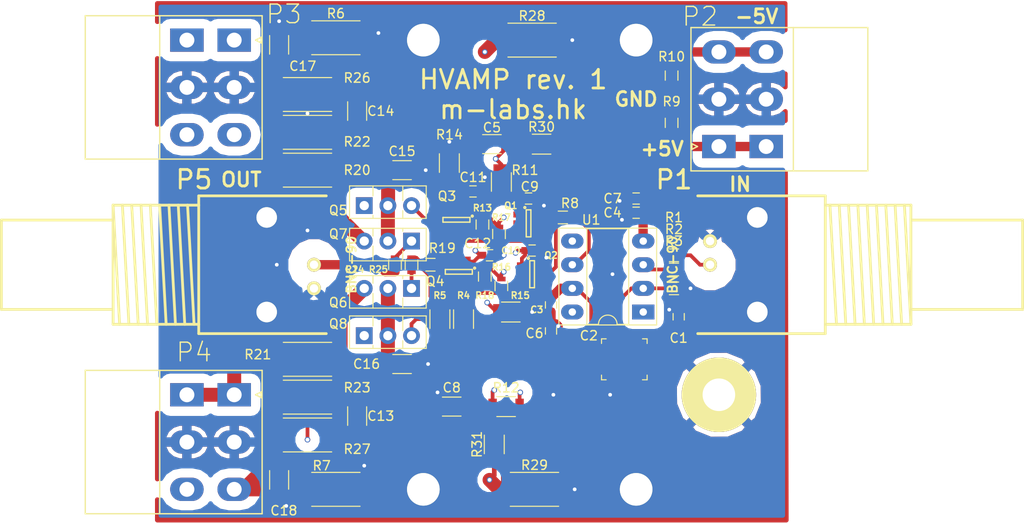
<source format=kicad_pcb>
(kicad_pcb (version 4) (host pcbnew 4.0.2-stable)
  (layers (0 F.Cu signal) (1 In1.Cu signal hide) (2 In2.Cu signal hide) (31 B.Cu signal hide) (34 B.Paste user) (35 F.Paste user) (36 B.SilkS user) (37 F.SilkS user) (38 B.Mask user) (39 F.Mask user) (44 Edge.Cuts user))
  (net 0 "")
  (net 1 GND)
  (net 2 "Net-(C1-Pad2)")
  (net 3 "Net-(C2-Pad2)")
  (net 4 /VCC5V_E1)
  (net 5 /VEE5V_E1)
  (net 6 /VCC70V_E1)
  (net 7 /VEE70V_E1)
  (net 8 "Net-(C9-Pad1)")
  (net 9 "Net-(C10-Pad2)")
  (net 10 "Net-(C11-Pad1)")
  (net 11 "Net-(C12-Pad2)")
  (net 12 "Net-(C13-Pad1)")
  (net 13 "Net-(C13-Pad2)")
  (net 14 "Net-(C14-Pad1)")
  (net 15 "Net-(C14-Pad2)")
  (net 16 /VCC55V_E1)
  (net 17 /VEE55V_E1)
  (net 18 /IN_E1)
  (net 19 /OUT_E1)
  (net 20 "Net-(Q1-Pad4)")
  (net 21 /BUF_E1)
  (net 22 "Net-(Q7-Pad1)")
  (net 23 "Net-(Q8-Pad1)")
  (net 24 "Net-(R1-Pad2)")
  (net 25 "Net-(R8-Pad1)")
  (net 26 "Net-(Q1-Pad5)")
  (net 27 "Net-(Q4-Pad6)")
  (net 28 "Net-(Q2-Pad4)")
  (net 29 "Net-(Q3-Pad6)")
  (module Resistors_SMD:R_1206 (layer F.Cu) (at 180.594 169.418 90)
    (fp_text reference R14 (at 3.048 0 180) (layer F.SilkS))
    (fp_text value 33K/1206)
    (pad 1 smd rect (at -1.45 0 90) (size 0.9 1.7) (layers F.Cu F.Paste F.Mask) (net 10 "Net-(C11-Pad1)"))
    (pad 2 smd rect (at 1.45 0 90) (size 0.9 1.7) (layers F.Cu F.Paste F.Mask) (net 1 GND))
  )
  (module Resistors_SMD:R_0603 (layer F.Cu) (at 185.928 177.038 270)
    (fp_text reference R17 (at -1.778 -0.254 360) (layer F.SilkS) (effects (font (size 0.7 0.7))))
    (fp_text value 1K)
    (pad 1 smd rect (at -0.75 0 270) (size 0.5 0.9) (layers F.Cu F.Paste F.Mask) (net 6 /VCC70V_E1))
    (pad 2 smd rect (at 0.75 0 270) (size 0.5 0.9) (layers F.Cu F.Paste F.Mask) (net 20 "Net-(Q1-Pad4)"))
  )
  (module Resistors_SMD:R_0603 (layer F.Cu) (at 186.182 182.626 90)
    (fp_text reference R18 (at -1.016 -1.778 180) (layer F.SilkS) (effects (font (size 0.7 0.7))))
    (fp_text value 1K)
    (pad 1 smd rect (at -0.75 0 90) (size 0.5 0.9) (layers F.Cu F.Paste F.Mask) (net 28 "Net-(Q2-Pad4)"))
    (pad 2 smd rect (at 0.75 0 90) (size 0.5 0.9) (layers F.Cu F.Paste F.Mask) (net 7 /VEE70V_E1))
  )
  (module Resistors_SMD:R_0603 (layer F.Cu) (at 204.47 165.1 90)
    (fp_text reference R9 (at 2.286 0 180) (layer F.SilkS))
    (fp_text value 1K)
    (pad 1 smd rect (at -0.75 0 90) (size 0.5 0.9) (layers F.Cu F.Paste F.Mask) (net 4 /VCC5V_E1))
    (pad 2 smd rect (at 0.75 0 90) (size 0.5 0.9) (layers F.Cu F.Paste F.Mask) (net 1 GND))
  )
  (module Resistors_SMD:R_0603 (layer F.Cu) (at 184.404 181.61 90)
    (fp_text reference R16 (at 1.016 1.778 180) (layer F.SilkS) (effects (font (size 0.7 0.7))))
    (fp_text value 1K)
    (pad 1 smd rect (at -0.75 0 90) (size 0.5 0.9) (layers F.Cu F.Paste F.Mask) (net 27 "Net-(Q4-Pad6)"))
    (pad 2 smd rect (at 0.75 0 90) (size 0.5 0.9) (layers F.Cu F.Paste F.Mask) (net 7 /VEE70V_E1))
  )
  (module Capacitors_SMD:C_0603 (layer F.Cu) (at 205.232 185.928 270)
    (fp_text reference C1 (at 2.286 0 360) (layer F.SilkS))
    (fp_text value 2.2pF)
    (pad 2 smd rect (at 0.75 0 270) (size 0.8 0.75) (layers F.Cu F.Paste F.Mask) (net 2 "Net-(C1-Pad2)"))
    (pad 1 smd rect (at -0.75 0 270) (size 0.8 0.75) (layers F.Cu F.Paste F.Mask) (net 1 GND))
  )
  (module proj_footprints:C_Trimmer_Murata_TZB4-AB (layer F.Cu) (at 199.39 190.5 180)
    (fp_text reference C2 (at 3.81 2.54 180) (layer F.SilkS))
    (fp_text value CTRIM)
    (pad 1 smd rect (at -2.7 0 180) (size 3 1.6) (layers F.Cu F.Paste F.Mask) (net 2 "Net-(C1-Pad2)"))
    (pad 2 smd rect (at 2.7 0 180) (size 3 1.6) (layers F.Cu F.Paste F.Mask) (net 3 "Net-(C2-Pad2)"))
  )
  (module Capacitors_SMD:C_0603 (layer F.Cu) (at 191.516 184.658 270)
    (fp_text reference C3 (at 0.508 1.524 360) (layer F.SilkS) (effects (font (size 0.7 0.7))))
    (fp_text value 0.01uF)
    (pad 2 smd rect (at 0.75 0 270) (size 0.8 0.75) (layers F.Cu F.Paste F.Mask) (net 1 GND))
    (pad 1 smd rect (at -0.75 0 270) (size 0.8 0.75) (layers F.Cu F.Paste F.Mask) (net 4 /VCC5V_E1))
  )
  (module Capacitors_SMD:C_0603 (layer F.Cu) (at 200.66 174.752 180)
    (fp_text reference C4 (at 2.54 0 180) (layer F.SilkS))
    (fp_text value 0.01uF)
    (pad 2 smd rect (at 0.75 0 180) (size 0.8 0.75) (layers F.Cu F.Paste F.Mask) (net 1 GND))
    (pad 1 smd rect (at -0.75 0 180) (size 0.8 0.75) (layers F.Cu F.Paste F.Mask) (net 5 /VEE5V_E1))
  )
  (module Capacitors_SMD:C_1206 (layer F.Cu) (at 185.166 167.386 180)
    (fp_text reference C5 (at 0 1.778 180) (layer F.SilkS))
    (fp_text value 0.1uF/100V/1206)
    (pad 1 smd rect (at -1.5 0 180) (size 1 1.6) (layers F.Cu F.Paste F.Mask) (net 6 /VCC70V_E1))
    (pad 2 smd rect (at 1.5 0 180) (size 1 1.6) (layers F.Cu F.Paste F.Mask) (net 1 GND))
  )
  (module Capacitors_SMD:C_0603 (layer F.Cu) (at 191.516 187.452 90)
    (fp_text reference C6 (at -0.254 -1.778 180) (layer F.SilkS))
    (fp_text value 10uF)
    (pad 2 smd rect (at 0.75 0 90) (size 0.8 0.75) (layers F.Cu F.Paste F.Mask) (net 1 GND))
    (pad 1 smd rect (at -0.75 0 90) (size 0.8 0.75) (layers F.Cu F.Paste F.Mask) (net 4 /VCC5V_E1))
  )
  (module Capacitors_SMD:C_0603 (layer F.Cu) (at 200.66 173.228 180)
    (fp_text reference C7 (at 2.54 0 180) (layer F.SilkS))
    (fp_text value 10uF)
    (pad 2 smd rect (at 0.75 0 180) (size 0.8 0.75) (layers F.Cu F.Paste F.Mask) (net 1 GND))
    (pad 1 smd rect (at -0.75 0 180) (size 0.8 0.75) (layers F.Cu F.Paste F.Mask) (net 5 /VEE5V_E1))
  )
  (module Capacitors_SMD:C_1206 (layer F.Cu) (at 180.848 195.58)
    (fp_text reference C8 (at 0 -2.032) (layer F.SilkS))
    (fp_text value 0.1uF/100V/1206)
    (pad 1 smd rect (at -1.5 0) (size 1 1.6) (layers F.Cu F.Paste F.Mask) (net 1 GND))
    (pad 2 smd rect (at 1.5 0) (size 1 1.6) (layers F.Cu F.Paste F.Mask) (net 7 /VEE70V_E1))
  )
  (module Capacitors_SMD:C_0603 (layer F.Cu) (at 189.103 173.228)
    (fp_text reference C9 (at 0.127 -1.27) (layer F.SilkS))
    (fp_text value 0.01uF)
    (pad 2 smd rect (at 0.75 0) (size 0.8 0.75) (layers F.Cu F.Paste F.Mask) (net 1 GND))
    (pad 1 smd rect (at -0.75 0) (size 0.8 0.75) (layers F.Cu F.Paste F.Mask) (net 8 "Net-(C9-Pad1)"))
  )
  (module Capacitors_SMD:C_0603 (layer F.Cu) (at 189.484 178.816 180)
    (fp_text reference C10 (at 2.286 0 180) (layer F.SilkS) (effects (font (size 0.7 0.7))))
    (fp_text value 0.01uF)
    (pad 2 smd rect (at 0.75 0 180) (size 0.8 0.75) (layers F.Cu F.Paste F.Mask) (net 9 "Net-(C10-Pad2)"))
    (pad 1 smd rect (at -0.75 0 180) (size 0.8 0.75) (layers F.Cu F.Paste F.Mask) (net 1 GND))
  )
  (module Capacitors_SMD:C_0603 (layer F.Cu) (at 183.134 172.466)
    (fp_text reference C11 (at 0 -1.524) (layer F.SilkS))
    (fp_text value 0.01uF)
    (pad 2 smd rect (at 0.75 0) (size 0.8 0.75) (layers F.Cu F.Paste F.Mask) (net 1 GND))
    (pad 1 smd rect (at -0.75 0) (size 0.8 0.75) (layers F.Cu F.Paste F.Mask) (net 10 "Net-(C11-Pad1)"))
  )
  (module Capacitors_SMD:C_0603 (layer F.Cu) (at 184.912 179.324 180)
    (fp_text reference C12 (at 1.27 1.27 180) (layer F.SilkS))
    (fp_text value 0.01uF)
    (pad 2 smd rect (at 0.75 0 180) (size 0.8 0.75) (layers F.Cu F.Paste F.Mask) (net 11 "Net-(C12-Pad2)"))
    (pad 1 smd rect (at -0.75 0 180) (size 0.8 0.75) (layers F.Cu F.Paste F.Mask) (net 1 GND))
  )
  (module Capacitors_SMD:C_1206 (layer F.Cu) (at 170.688 196.596 90)
    (fp_text reference C13 (at 0 2.54 180) (layer F.SilkS))
    (fp_text value 0.1uF/100V/1206)
    (pad 1 smd rect (at -1.5 0 90) (size 1 1.6) (layers F.Cu F.Paste F.Mask) (net 12 "Net-(C13-Pad1)"))
    (pad 2 smd rect (at 1.5 0 90) (size 1 1.6) (layers F.Cu F.Paste F.Mask) (net 13 "Net-(C13-Pad2)"))
  )
  (module Capacitors_SMD:C_1206 (layer F.Cu) (at 170.688 163.83 270)
    (fp_text reference C14 (at 0 -2.54 360) (layer F.SilkS))
    (fp_text value 0.1uF/100V/1206)
    (pad 1 smd rect (at -1.5 0 270) (size 1 1.6) (layers F.Cu F.Paste F.Mask) (net 14 "Net-(C14-Pad1)"))
    (pad 2 smd rect (at 1.5 0 270) (size 1 1.6) (layers F.Cu F.Paste F.Mask) (net 15 "Net-(C14-Pad2)"))
  )
  (module Capacitors_SMD:C_1206 (layer F.Cu) (at 175.514 170.18)
    (fp_text reference C15 (at 0 -2.032) (layer F.SilkS))
    (fp_text value 0.1uF/100V/1206)
    (pad 1 smd rect (at -1.5 0) (size 1 1.6) (layers F.Cu F.Paste F.Mask) (net 16 /VCC55V_E1))
    (pad 2 smd rect (at 1.5 0) (size 1 1.6) (layers F.Cu F.Paste F.Mask) (net 1 GND))
  )
  (module Capacitors_SMD:C_1206 (layer F.Cu) (at 175.514 191.008 180)
    (fp_text reference C16 (at 3.81 0 180) (layer F.SilkS))
    (fp_text value 0.1uF/100V/1206)
    (pad 1 smd rect (at -1.5 0 180) (size 1 1.6) (layers F.Cu F.Paste F.Mask) (net 1 GND))
    (pad 2 smd rect (at 1.5 0 180) (size 1 1.6) (layers F.Cu F.Paste F.Mask) (net 17 /VEE55V_E1))
  )
  (module proj_footprints:bnc_90_1-1337543-0_ns (layer F.Cu) (at 220.98 180.34 90)
    (fp_text reference P1 (at 9.144 -16.256 180) (layer F.SilkS) (effects (font (size 2 2) (thickness 0.3))))
    (fp_text value BNC-90 (at 0 -16.4 90) (layer F.SilkS) (effects (font (thickness 0.2))))
    (pad 1 thru_hole circle (at 0 -12.38 90) (size 1.5 1.5) (drill 0.9) (layers *.Cu *.Mask F.SilkS) (net 18 /IN_E1) (clearance 2))
    (pad 2 thru_hole circle (at 2.54 -12.38 90) (size 1.5 1.5) (drill 0.9) (layers *.Cu *.Mask F.SilkS) (net 1 GND))
    (pad 3 thru_hole circle (at 5.08 -7.3 90) (size 2.2 2.2) (drill 2.2) (layers *.Cu *.Mask F.SilkS) (net 1 GND))
    (pad 4 thru_hole circle (at -5.08 -7.3 90) (size 2.2 2.2) (drill 2.2) (layers *.Cu *.Mask F.SilkS) (net 1 GND))
  )
  (module proj_footprints:PhoenixContact_1786417_03 (layer F.Cu) (at 209.55 167.64 90)
    (fp_text reference P2 (at 13.97 -2.032 180) (layer F.SilkS) (effects (font (size 2 2))))
    (fp_text value CONN_01X03)
    (pad 3 thru_hole oval (at 10.16 5.08 90) (size 2.5 3.6) (drill 1.6) (layers *.Cu *.Mask) (net 5 /VEE5V_E1))
    (pad 2 thru_hole oval (at 5.08 5.08 90) (size 2.5 3.6) (drill 1.6) (layers *.Cu *.Mask) (net 1 GND))
    (pad 1 thru_hole rect (at 0 5.08 90) (size 2.5 3.6) (drill 1.6) (layers *.Cu *.Mask) (net 4 /VCC5V_E1))
    (pad 1 thru_hole rect (at 0 0 90) (size 2.5 3.6) (drill 1.6) (layers *.Cu *.Mask) (net 4 /VCC5V_E1))
    (pad 2 thru_hole oval (at 5.08 0 90) (size 2.5 3.6) (drill 1.6) (layers *.Cu *.Mask) (net 1 GND))
    (pad 3 thru_hole oval (at 10.16 0 90) (size 2.5 3.6) (drill 1.6) (layers *.Cu *.Mask) (net 5 /VEE5V_E1))
  )
  (module proj_footprints:PhoenixContact_1786417_03 (layer F.Cu) (at 157.48 156.21 270)
    (fp_text reference P3 (at -2.794 -5.334 360) (layer F.SilkS) (effects (font (size 2 2))))
    (fp_text value CONN_01X03)
    (pad 3 thru_hole oval (at 10.16 5.08 270) (size 2.5 3.6) (drill 1.6) (layers *.Cu *.Mask) (net 17 /VEE55V_E1))
    (pad 2 thru_hole oval (at 5.08 5.08 270) (size 2.5 3.6) (drill 1.6) (layers *.Cu *.Mask) (net 1 GND))
    (pad 1 thru_hole rect (at 0 5.08 270) (size 2.5 3.6) (drill 1.6) (layers *.Cu *.Mask) (net 16 /VCC55V_E1))
    (pad 1 thru_hole rect (at 0 0 270) (size 2.5 3.6) (drill 1.6) (layers *.Cu *.Mask) (net 16 /VCC55V_E1))
    (pad 2 thru_hole oval (at 5.08 0 270) (size 2.5 3.6) (drill 1.6) (layers *.Cu *.Mask) (net 1 GND))
    (pad 3 thru_hole oval (at 10.16 0 270) (size 2.5 3.6) (drill 1.6) (layers *.Cu *.Mask) (net 17 /VEE55V_E1))
  )
  (module proj_footprints:PhoenixContact_1786417_03 (layer F.Cu) (at 157.48 194.31 270)
    (fp_text reference P4 (at -4.572 4.318 360) (layer F.SilkS) (effects (font (size 2 2))))
    (fp_text value CONN_01X03)
    (pad 3 thru_hole oval (at 10.16 5.08 270) (size 2.5 3.6) (drill 1.6) (layers *.Cu *.Mask) (net 7 /VEE70V_E1))
    (pad 2 thru_hole oval (at 5.08 5.08 270) (size 2.5 3.6) (drill 1.6) (layers *.Cu *.Mask) (net 1 GND))
    (pad 1 thru_hole rect (at 0 5.08 270) (size 2.5 3.6) (drill 1.6) (layers *.Cu *.Mask) (net 6 /VCC70V_E1))
    (pad 1 thru_hole rect (at 0 0 270) (size 2.5 3.6) (drill 1.6) (layers *.Cu *.Mask) (net 6 /VCC70V_E1))
    (pad 2 thru_hole oval (at 5.08 0 270) (size 2.5 3.6) (drill 1.6) (layers *.Cu *.Mask) (net 1 GND))
    (pad 3 thru_hole oval (at 10.16 0 270) (size 2.5 3.6) (drill 1.6) (layers *.Cu *.Mask) (net 7 /VEE70V_E1))
  )
  (module proj_footprints:bnc_90_1-1337543-0_ns (layer F.Cu) (at 153.67 180.34 270)
    (fp_text reference P5 (at -9.144 0.508 360) (layer F.SilkS) (effects (font (size 2 2) (thickness 0.3))))
    (fp_text value BNC-90 (at 0 -16.4 270) (layer F.SilkS) (effects (font (thickness 0.2))))
    (pad 1 thru_hole circle (at 0 -12.38 270) (size 1.5 1.5) (drill 0.9) (layers *.Cu *.Mask F.SilkS) (net 19 /OUT_E1) (clearance 2))
    (pad 2 thru_hole circle (at 2.54 -12.38 270) (size 1.5 1.5) (drill 0.9) (layers *.Cu *.Mask F.SilkS) (net 1 GND))
    (pad 4 thru_hole circle (at 5.08 -7.3 270) (size 2.2 2.2) (drill 2.2) (layers *.Cu *.Mask F.SilkS) (net 1 GND))
    (pad 3 thru_hole circle (at -5.08 -7.3 270) (size 2.2 2.2) (drill 2.2) (layers *.Cu *.Mask F.SilkS) (net 1 GND))
  )
  (module proj_footprints:TO-126_Vertical (layer F.Cu) (at 171.45 173.99)
    (fp_text reference Q5 (at -2.794 0.508) (layer F.SilkS))
    (fp_text value NTE2508)
    (pad 1 thru_hole rect (at 0 0) (size 1.8 1.8) (drill 1) (layers *.Cu *.Mask) (net 13 "Net-(C13-Pad2)"))
    (pad 2 thru_hole oval (at 2.54 0) (size 1.8 1.8) (drill 1) (layers *.Cu *.Mask) (net 16 /VCC55V_E1))
    (pad 3 thru_hole oval (at 5.08 0) (size 1.8 1.8) (drill 1) (layers *.Cu *.Mask) (net 21 /BUF_E1))
  )
  (module proj_footprints:TO-126_Vertical (layer F.Cu) (at 171.45 187.96)
    (fp_text reference Q6 (at -2.794 -3.556) (layer F.SilkS))
    (fp_text value NTE2509)
    (pad 1 thru_hole rect (at 0 0) (size 1.8 1.8) (drill 1) (layers *.Cu *.Mask) (net 15 "Net-(C14-Pad2)"))
    (pad 2 thru_hole oval (at 2.54 0) (size 1.8 1.8) (drill 1) (layers *.Cu *.Mask) (net 17 /VEE55V_E1))
    (pad 3 thru_hole oval (at 5.08 0) (size 1.8 1.8) (drill 1) (layers *.Cu *.Mask) (net 21 /BUF_E1))
  )
  (module proj_footprints:TO-126_Vertical (layer F.Cu) (at 176.53 177.8 180)
    (fp_text reference Q7 (at 7.874 0.762 180) (layer F.SilkS))
    (fp_text value NTE2508)
    (pad 1 thru_hole rect (at 0 0 180) (size 1.8 1.8) (drill 1) (layers *.Cu *.Mask) (net 22 "Net-(Q7-Pad1)"))
    (pad 2 thru_hole oval (at 2.54 0 180) (size 1.8 1.8) (drill 1) (layers *.Cu *.Mask) (net 16 /VCC55V_E1))
    (pad 3 thru_hole oval (at 5.08 0 180) (size 1.8 1.8) (drill 1) (layers *.Cu *.Mask) (net 15 "Net-(C14-Pad2)"))
  )
  (module proj_footprints:TO-126_Vertical (layer F.Cu) (at 176.53 182.88 180)
    (fp_text reference Q8 (at 7.874 -3.81 180) (layer F.SilkS))
    (fp_text value NTE2509)
    (pad 1 thru_hole rect (at 0 0 180) (size 1.8 1.8) (drill 1) (layers *.Cu *.Mask) (net 23 "Net-(Q8-Pad1)"))
    (pad 2 thru_hole oval (at 2.54 0 180) (size 1.8 1.8) (drill 1) (layers *.Cu *.Mask) (net 17 /VEE55V_E1))
    (pad 3 thru_hole oval (at 5.08 0 180) (size 1.8 1.8) (drill 1) (layers *.Cu *.Mask) (net 13 "Net-(C13-Pad2)"))
  )
  (module Resistors_SMD:R_0603 (layer F.Cu) (at 204.724 179.324 180)
    (fp_text reference R1 (at 0 4.064 180) (layer F.SilkS))
    (fp_text value 0R)
    (pad 1 smd rect (at -0.75 0 180) (size 0.5 0.9) (layers F.Cu F.Paste F.Mask) (net 18 /IN_E1))
    (pad 2 smd rect (at 0.75 0 180) (size 0.5 0.9) (layers F.Cu F.Paste F.Mask) (net 24 "Net-(R1-Pad2)"))
  )
  (module Resistors_SMD:R_0603 (layer F.Cu) (at 204.724 180.848 180)
    (fp_text reference R2 (at 0 4.318 180) (layer F.SilkS))
    (fp_text value 100K)
    (pad 1 smd rect (at -0.75 0 180) (size 0.5 0.9) (layers F.Cu F.Paste F.Mask) (net 1 GND))
    (pad 2 smd rect (at 0.75 0 180) (size 0.5 0.9) (layers F.Cu F.Paste F.Mask) (net 24 "Net-(R1-Pad2)"))
  )
  (module Resistors_SMD:R_0603 (layer F.Cu) (at 204.724 182.88 180)
    (fp_text reference R3 (at 0 5.08 180) (layer F.SilkS))
    (fp_text value 4.7K)
    (pad 1 smd rect (at -0.75 0 180) (size 0.5 0.9) (layers F.Cu F.Paste F.Mask) (net 1 GND))
    (pad 2 smd rect (at 0.75 0 180) (size 0.5 0.9) (layers F.Cu F.Paste F.Mask) (net 3 "Net-(C2-Pad2)"))
  )
  (module Resistors_SMD:R_1206 (layer F.Cu) (at 182.118 186.182 270)
    (fp_text reference R4 (at -2.54 0 360) (layer F.SilkS) (effects (font (size 0.7 0.7))))
    (fp_text value DNP/1206)
    (pad 1 smd rect (at -1.45 0 270) (size 0.9 1.7) (layers F.Cu F.Paste F.Mask) (net 21 /BUF_E1))
    (pad 2 smd rect (at 1.45 0 270) (size 0.9 1.7) (layers F.Cu F.Paste F.Mask) (net 3 "Net-(C2-Pad2)"))
  )
  (module Resistors_SMD:R_1206 (layer F.Cu) (at 179.578 186.182 90)
    (fp_text reference R5 (at 2.54 0 180) (layer F.SilkS) (effects (font (size 0.7 0.7))))
    (fp_text value 100K/1206)
    (pad 1 smd rect (at -1.45 0 90) (size 0.9 1.7) (layers F.Cu F.Paste F.Mask) (net 3 "Net-(C2-Pad2)"))
    (pad 2 smd rect (at 1.45 0 90) (size 0.9 1.7) (layers F.Cu F.Paste F.Mask) (net 19 /OUT_E1))
  )
  (module Resistors_SMD:R_2512 (layer F.Cu) (at 168.402 155.956)
    (fp_text reference R6 (at 0 -2.6) (layer F.SilkS))
    (fp_text value 15K/2512)
    (pad 1 smd rect (at -3.1 0) (size 1 3.2) (layers F.Cu F.Paste F.Mask) (net 6 /VCC70V_E1))
    (pad 2 smd rect (at 3.1 0) (size 1 3.2) (layers F.Cu F.Paste F.Mask) (net 1 GND))
  )
  (module Resistors_SMD:R_2512 (layer F.Cu) (at 168.402 204.47 180)
    (fp_text reference R7 (at 1.524 2.54 180) (layer F.SilkS))
    (fp_text value 15K/2512)
    (pad 1 smd rect (at -3.1 0 180) (size 1 3.2) (layers F.Cu F.Paste F.Mask) (net 1 GND))
    (pad 2 smd rect (at 3.1 0 180) (size 1 3.2) (layers F.Cu F.Paste F.Mask) (net 7 /VEE70V_E1))
  )
  (module Resistors_SMD:R_0603 (layer F.Cu) (at 192.786 175.26 180)
    (fp_text reference R8 (at -0.762 1.524 180) (layer F.SilkS))
    (fp_text value 0R)
    (pad 1 smd rect (at -0.75 0 180) (size 0.5 0.9) (layers F.Cu F.Paste F.Mask) (net 25 "Net-(R8-Pad1)"))
    (pad 2 smd rect (at 0.75 0 180) (size 0.5 0.9) (layers F.Cu F.Paste F.Mask) (net 26 "Net-(Q1-Pad5)"))
  )
  (module Resistors_SMD:R_0603 (layer F.Cu) (at 204.47 160.02 270)
    (fp_text reference R10 (at -2.032 0 360) (layer F.SilkS))
    (fp_text value 1K)
    (pad 1 smd rect (at -0.75 0 270) (size 0.5 0.9) (layers F.Cu F.Paste F.Mask) (net 5 /VEE5V_E1))
    (pad 2 smd rect (at 0.75 0 270) (size 0.5 0.9) (layers F.Cu F.Paste F.Mask) (net 1 GND))
  )
  (module Resistors_SMD:R_1206 (layer F.Cu) (at 186.182 171.45 270)
    (fp_text reference R11 (at -1.27 -2.54 360) (layer F.SilkS))
    (fp_text value 68K/1206)
    (pad 1 smd rect (at -1.45 0 270) (size 0.9 1.7) (layers F.Cu F.Paste F.Mask) (net 6 /VCC70V_E1))
    (pad 2 smd rect (at 1.45 0 270) (size 0.9 1.7) (layers F.Cu F.Paste F.Mask) (net 8 "Net-(C9-Pad1)"))
  )
  (module Resistors_SMD:R_1206 (layer F.Cu) (at 186.69 195.58 180)
    (fp_text reference R12 (at 0 2.032 180) (layer F.SilkS))
    (fp_text value 68K/1206)
    (pad 1 smd rect (at -1.45 0 180) (size 0.9 1.7) (layers F.Cu F.Paste F.Mask) (net 9 "Net-(C10-Pad2)"))
    (pad 2 smd rect (at 1.45 0 180) (size 0.9 1.7) (layers F.Cu F.Paste F.Mask) (net 7 /VEE70V_E1))
  )
  (module Resistors_SMD:R_0603 (layer F.Cu) (at 184.15 176.022 270)
    (fp_text reference R13 (at -1.778 0 360) (layer F.SilkS) (effects (font (size 0.7 0.7))))
    (fp_text value 1K)
    (pad 1 smd rect (at -0.75 0 270) (size 0.5 0.9) (layers F.Cu F.Paste F.Mask) (net 6 /VCC70V_E1))
    (pad 2 smd rect (at 0.75 0 270) (size 0.5 0.9) (layers F.Cu F.Paste F.Mask) (net 29 "Net-(Q3-Pad6)"))
  )
  (module Resistors_SMD:R_1206 (layer F.Cu) (at 187.198 185.42 180)
    (fp_text reference R15 (at -1.016 1.778 180) (layer F.SilkS) (effects (font (size 0.7 0.7))))
    (fp_text value 33K/1206)
    (pad 1 smd rect (at -1.45 0 180) (size 0.9 1.7) (layers F.Cu F.Paste F.Mask) (net 1 GND))
    (pad 2 smd rect (at 1.45 0 180) (size 0.9 1.7) (layers F.Cu F.Paste F.Mask) (net 11 "Net-(C12-Pad2)"))
  )
  (module Resistors_SMD:R_0603 (layer F.Cu) (at 178.562 180.34 180)
    (fp_text reference R19 (at -1.27 1.778 180) (layer F.SilkS))
    (fp_text value DNP)
    (pad 1 smd rect (at -0.75 0 180) (size 0.5 0.9) (layers F.Cu F.Paste F.Mask) (net 21 /BUF_E1))
    (pad 2 smd rect (at 0.75 0 180) (size 0.5 0.9) (layers F.Cu F.Paste F.Mask) (net 19 /OUT_E1))
  )
  (module Resistors_SMD:R_2512 (layer F.Cu) (at 165.354 170.18)
    (fp_text reference R20 (at 5.334 0) (layer F.SilkS))
    (fp_text value 15K/2512)
    (pad 1 smd rect (at -3.1 0) (size 1 3.2) (layers F.Cu F.Paste F.Mask) (net 6 /VCC70V_E1))
    (pad 2 smd rect (at 3.1 0) (size 1 3.2) (layers F.Cu F.Paste F.Mask) (net 15 "Net-(C14-Pad2)"))
  )
  (module Resistors_SMD:R_2512 (layer F.Cu) (at 165.354 190.5 180)
    (fp_text reference R21 (at 5.334 0.508 180) (layer F.SilkS))
    (fp_text value 15K/2512)
    (pad 1 smd rect (at -3.1 0 180) (size 1 3.2) (layers F.Cu F.Paste F.Mask) (net 13 "Net-(C13-Pad2)"))
    (pad 2 smd rect (at 3.1 0 180) (size 1 3.2) (layers F.Cu F.Paste F.Mask) (net 7 /VEE70V_E1))
  )
  (module Resistors_SMD:R_2512 (layer F.Cu) (at 165.354 166.116)
    (fp_text reference R22 (at 5.334 1.016) (layer F.SilkS))
    (fp_text value 15K/2512)
    (pad 1 smd rect (at -3.1 0) (size 1 3.2) (layers F.Cu F.Paste F.Mask) (net 6 /VCC70V_E1))
    (pad 2 smd rect (at 3.1 0) (size 1 3.2) (layers F.Cu F.Paste F.Mask) (net 15 "Net-(C14-Pad2)"))
  )
  (module Resistors_SMD:R_2512 (layer F.Cu) (at 165.354 194.564 180)
    (fp_text reference R23 (at -5.334 1.016 180) (layer F.SilkS))
    (fp_text value 15K/2512)
    (pad 1 smd rect (at -3.1 0 180) (size 1 3.2) (layers F.Cu F.Paste F.Mask) (net 13 "Net-(C13-Pad2)"))
    (pad 2 smd rect (at 3.1 0 180) (size 1 3.2) (layers F.Cu F.Paste F.Mask) (net 7 /VEE70V_E1))
  )
  (module Resistors_SMD:R_2512 (layer F.Cu) (at 165.354 162.052)
    (fp_text reference R26 (at 5.334 -1.778) (layer F.SilkS))
    (fp_text value 15K/2512)
    (pad 1 smd rect (at -3.1 0) (size 1 3.2) (layers F.Cu F.Paste F.Mask) (net 6 /VCC70V_E1))
    (pad 2 smd rect (at 3.1 0) (size 1 3.2) (layers F.Cu F.Paste F.Mask) (net 14 "Net-(C14-Pad1)"))
  )
  (module Resistors_SMD:R_2512 (layer F.Cu) (at 165.354 198.628 180)
    (fp_text reference R27 (at -5.334 -1.524 180) (layer F.SilkS))
    (fp_text value 15K/2512)
    (pad 1 smd rect (at -3.1 0 180) (size 1 3.2) (layers F.Cu F.Paste F.Mask) (net 12 "Net-(C13-Pad1)"))
    (pad 2 smd rect (at 3.1 0 180) (size 1 3.2) (layers F.Cu F.Paste F.Mask) (net 7 /VEE70V_E1))
  )
  (module Resistors_SMD:R_2512 (layer F.Cu) (at 189.484 156.21)
    (fp_text reference R28 (at 0 -2.6) (layer F.SilkS))
    (fp_text value 15K/2512)
    (pad 1 smd rect (at -3.1 0) (size 1 3.2) (layers F.Cu F.Paste F.Mask) (net 16 /VCC55V_E1))
    (pad 2 smd rect (at 3.1 0) (size 1 3.2) (layers F.Cu F.Paste F.Mask) (net 1 GND))
  )
  (module Resistors_SMD:R_2512 (layer F.Cu) (at 189.738 204.47)
    (fp_text reference R29 (at 0 -2.6) (layer F.SilkS))
    (fp_text value 15K/2512)
    (pad 1 smd rect (at -3.1 0) (size 1 3.2) (layers F.Cu F.Paste F.Mask) (net 17 /VEE55V_E1))
    (pad 2 smd rect (at 3.1 0) (size 1 3.2) (layers F.Cu F.Paste F.Mask) (net 1 GND))
  )
  (module proj_footprints:DIP-8_W7.62mm_Socket_LongPads (layer F.Cu) (at 201.422 185.42 180)
    (fp_text reference U1 (at 5.588 9.906 180) (layer F.SilkS))
    (fp_text value LM7171)
    (pad 1 thru_hole rect (at 0 0 180) (size 2.4 1.6) (drill 0.8) (layers *.Cu *.Mask))
    (pad 5 thru_hole oval (at 7.62 7.62 180) (size 2.4 1.6) (drill 0.8) (layers *.Cu *.Mask))
    (pad 2 thru_hole oval (at 0 2.54 180) (size 2.4 1.6) (drill 0.8) (layers *.Cu *.Mask) (net 3 "Net-(C2-Pad2)"))
    (pad 6 thru_hole oval (at 7.62 5.08 180) (size 2.4 1.6) (drill 0.8) (layers *.Cu *.Mask) (net 25 "Net-(R8-Pad1)"))
    (pad 3 thru_hole oval (at 0 5.08 180) (size 2.4 1.6) (drill 0.8) (layers *.Cu *.Mask) (net 24 "Net-(R1-Pad2)"))
    (pad 7 thru_hole oval (at 7.62 2.54 180) (size 2.4 1.6) (drill 0.8) (layers *.Cu *.Mask) (net 4 /VCC5V_E1))
    (pad 4 thru_hole oval (at 0 7.62 180) (size 2.4 1.6) (drill 0.8) (layers *.Cu *.Mask) (net 5 /VEE5V_E1))
    (pad 8 thru_hole oval (at 7.62 0 180) (size 2.4 1.6) (drill 0.8) (layers *.Cu *.Mask))
  )
  (module proj_footprints:3mm5_EARTH (layer F.Cu) (at 209.55 194.31)
    (fp_text reference H1 hide)
    (fp_text value 3mm_Mounting_Hole_SH)
    (pad 1 thru_hole circle (at 0 0) (size 8 8) (drill 3.5) (layers *.Cu *.Mask F.SilkS) (net 1 GND))
  )
  (module proj_footprints:NPTH_3mm5_ID (layer F.Cu) (at 200.66 156.21)
    (fp_text reference H2 hide)
    (fp_text value 3mm_Mounting_Hole)
    (pad 1 thru_hole circle (at 0 0) (size 3.5 3.5) (drill 3.5) (layers *.Cu *.Mask F.SilkS) (net 1 GND))
  )
  (module proj_footprints:NPTH_3mm5_ID (layer F.Cu) (at 177.8 156.21)
    (fp_text reference H3 hide)
    (fp_text value 3mm_Mounting_Hole)
    (pad 1 thru_hole circle (at 0 0) (size 3.5 3.5) (drill 3.5) (layers *.Cu *.Mask F.SilkS) (net 1 GND))
  )
  (module proj_footprints:NPTH_3mm5_ID (layer F.Cu) (at 200.66 204.47)
    (fp_text reference H4 hide)
    (fp_text value 3mm_Mounting_Hole)
    (pad 1 thru_hole circle (at 0 0) (size 3.5 3.5) (drill 3.5) (layers *.Cu *.Mask F.SilkS) (net 1 GND))
  )
  (module Resistors_SMD:R_0603 (layer F.Cu) (at 174.752 180.34 270)
    (fp_text reference R24 (at 0.508 4.318 360) (layer F.SilkS) (effects (font (size 0.7 0.7))))
    (fp_text value 3.3R)
    (pad 1 smd rect (at -0.75 0 270) (size 0.5 0.9) (layers F.Cu F.Paste F.Mask) (net 22 "Net-(Q7-Pad1)"))
    (pad 2 smd rect (at 0.75 0 270) (size 0.5 0.9) (layers F.Cu F.Paste F.Mask) (net 19 /OUT_E1))
  )
  (module Resistors_SMD:R_0603 (layer F.Cu) (at 176.53 180.34 270)
    (fp_text reference R25 (at 0.508 3.556 360) (layer F.SilkS) (effects (font (size 0.7 0.7))))
    (fp_text value 3.3R)
    (pad 1 smd rect (at -0.75 0 270) (size 0.5 0.9) (layers F.Cu F.Paste F.Mask) (net 19 /OUT_E1))
    (pad 2 smd rect (at 0.75 0 270) (size 0.5 0.9) (layers F.Cu F.Paste F.Mask) (net 23 "Net-(Q8-Pad1)"))
  )
  (module proj_footprints:NPTH_3mm5_ID (layer F.Cu) (at 177.8 204.47)
    (fp_text reference H5 hide)
    (fp_text value 3mm_Mounting_Hole)
    (pad 1 thru_hole circle (at 0 0) (size 3.5 3.5) (drill 3.5) (layers *.Cu *.Mask F.SilkS) (net 1 GND))
  )
  (module proj_footprints:SOT-23-6 (layer F.Cu) (at 189.103 175.895)
    (fp_text reference Q1 (at -1.905 -1.905) (layer F.SilkS) (effects (font (size 0.7 0.7))))
    (fp_text value DMMT5551)
    (pad 1 smd rect (at -1.1 -0.95) (size 1.06 0.65) (layers F.Cu F.Paste F.Mask) (net 8 "Net-(C9-Pad1)"))
    (pad 2 smd rect (at -1.1 0) (size 1.06 0.65) (layers F.Cu F.Paste F.Mask) (net 8 "Net-(C9-Pad1)"))
    (pad 3 smd rect (at -1.1 0.95) (size 1.06 0.65) (layers F.Cu F.Paste F.Mask) (net 8 "Net-(C9-Pad1)"))
    (pad 4 smd rect (at 1.1 0.95) (size 1.06 0.65) (layers F.Cu F.Paste F.Mask) (net 20 "Net-(Q1-Pad4)"))
    (pad 6 smd rect (at 1.1 -0.95) (size 1.06 0.65) (layers F.Cu F.Paste F.Mask) (net 1 GND))
    (pad 5 smd rect (at 1.1 0) (size 1.06 0.65) (layers F.Cu F.Paste F.Mask) (net 26 "Net-(Q1-Pad5)"))
  )
  (module proj_footprints:SOT-23-6 (layer F.Cu) (at 189.484 181.356)
    (fp_text reference Q2 (at 2.032 -2.032) (layer F.SilkS) (effects (font (size 0.7 0.7))))
    (fp_text value DMMT5401)
    (pad 1 smd rect (at -1.1 -0.95) (size 1.06 0.65) (layers F.Cu F.Paste F.Mask) (net 9 "Net-(C10-Pad2)"))
    (pad 2 smd rect (at -1.1 0) (size 1.06 0.65) (layers F.Cu F.Paste F.Mask) (net 9 "Net-(C10-Pad2)"))
    (pad 3 smd rect (at -1.1 0.95) (size 1.06 0.65) (layers F.Cu F.Paste F.Mask) (net 9 "Net-(C10-Pad2)"))
    (pad 4 smd rect (at 1.1 0.95) (size 1.06 0.65) (layers F.Cu F.Paste F.Mask) (net 28 "Net-(Q2-Pad4)"))
    (pad 6 smd rect (at 1.1 -0.95) (size 1.06 0.65) (layers F.Cu F.Paste F.Mask) (net 1 GND))
    (pad 5 smd rect (at 1.1 0) (size 1.06 0.65) (layers F.Cu F.Paste F.Mask) (net 26 "Net-(Q1-Pad5)"))
  )
  (module proj_footprints:SOT-23-6 (layer F.Cu) (at 181.356 175.514 270)
    (fp_text reference Q3 (at -2.54 1.016 360) (layer F.SilkS))
    (fp_text value DMMT5401)
    (pad 1 smd rect (at -1.1 -0.95 270) (size 1.06 0.65) (layers F.Cu F.Paste F.Mask) (net 10 "Net-(C11-Pad1)"))
    (pad 2 smd rect (at -1.1 0 270) (size 1.06 0.65) (layers F.Cu F.Paste F.Mask) (net 10 "Net-(C11-Pad1)"))
    (pad 3 smd rect (at -1.1 0.95 270) (size 1.06 0.65) (layers F.Cu F.Paste F.Mask) (net 10 "Net-(C11-Pad1)"))
    (pad 4 smd rect (at 1.1 0.95 270) (size 1.06 0.65) (layers F.Cu F.Paste F.Mask) (net 21 /BUF_E1))
    (pad 6 smd rect (at 1.1 -0.95 270) (size 1.06 0.65) (layers F.Cu F.Paste F.Mask) (net 29 "Net-(Q3-Pad6)"))
    (pad 5 smd rect (at 1.1 0 270) (size 1.06 0.65) (layers F.Cu F.Paste F.Mask) (net 20 "Net-(Q1-Pad4)"))
  )
  (module proj_footprints:SOT-23-6 (layer F.Cu) (at 181.61 181.102 270)
    (fp_text reference Q4 (at 1.016 2.54 360) (layer F.SilkS))
    (fp_text value DMMT5551)
    (pad 1 smd rect (at -1.1 -0.95 270) (size 1.06 0.65) (layers F.Cu F.Paste F.Mask) (net 11 "Net-(C12-Pad2)"))
    (pad 2 smd rect (at -1.1 0 270) (size 1.06 0.65) (layers F.Cu F.Paste F.Mask) (net 11 "Net-(C12-Pad2)"))
    (pad 3 smd rect (at -1.1 0.95 270) (size 1.06 0.65) (layers F.Cu F.Paste F.Mask) (net 11 "Net-(C12-Pad2)"))
    (pad 4 smd rect (at 1.1 0.95 270) (size 1.06 0.65) (layers F.Cu F.Paste F.Mask) (net 21 /BUF_E1))
    (pad 6 smd rect (at 1.1 -0.95 270) (size 1.06 0.65) (layers F.Cu F.Paste F.Mask) (net 27 "Net-(Q4-Pad6)"))
    (pad 5 smd rect (at 1.1 0 270) (size 1.06 0.65) (layers F.Cu F.Paste F.Mask) (net 28 "Net-(Q2-Pad4)"))
  )
  (module Capacitors_SMD:C_1206 (layer F.Cu) (at 162.306 156.718 90)
    (fp_text reference C17 (at -2.286 2.54 180) (layer F.SilkS))
    (fp_text value 0.1uF/100V/1206)
    (pad 1 smd rect (at -1.5 0 90) (size 1 1.6) (layers F.Cu F.Paste F.Mask) (net 6 /VCC70V_E1))
    (pad 2 smd rect (at 1.5 0 90) (size 1 1.6) (layers F.Cu F.Paste F.Mask) (net 1 GND))
  )
  (module Capacitors_SMD:C_1206 (layer F.Cu) (at 162.306 203.454 270)
    (fp_text reference C18 (at 3.302 -0.508 360) (layer F.SilkS))
    (fp_text value 0.1uF/100V/1206)
    (pad 1 smd rect (at -1.5 0 270) (size 1 1.6) (layers F.Cu F.Paste F.Mask) (net 7 /VEE70V_E1))
    (pad 2 smd rect (at 1.5 0 270) (size 1 1.6) (layers F.Cu F.Paste F.Mask) (net 1 GND))
  )
  (module Resistors_SMD:R_1206 (layer F.Cu) (at 190.5 167.386)
    (fp_text reference R30 (at 0 -1.85) (layer F.SilkS))
    (fp_text value DNP/1206)
    (pad 1 smd rect (at -1.45 0) (size 0.9 1.7) (layers F.Cu F.Paste F.Mask) (net 6 /VCC70V_E1))
    (pad 2 smd rect (at 1.45 0) (size 0.9 1.7) (layers F.Cu F.Paste F.Mask) (net 16 /VCC55V_E1))
  )
  (module Resistors_SMD:R_1206 (layer F.Cu) (at 185.42 199.644 90)
    (fp_text reference R31 (at 0 -1.85 90) (layer F.SilkS))
    (fp_text value DNP/1206)
    (pad 1 smd rect (at -1.45 0 90) (size 0.9 1.7) (layers F.Cu F.Paste F.Mask) (net 17 /VEE55V_E1))
    (pad 2 smd rect (at 1.45 0 90) (size 0.9 1.7) (layers F.Cu F.Paste F.Mask) (net 7 /VEE70V_E1))
  )
  (gr_text "HVAMP rev. 1\nm-labs.hk" (at 187.452 162.052) (layer F.SilkS) (effects (font (size 2 2) (thickness 0.3))))
  (gr_text GND (at 200.66 162.56) (layer F.SilkS) (effects (font (size 1.5 1.5) (thickness 0.3))))
  (gr_text -5V (at 213.614 153.67) (layer F.SilkS) (effects (font (size 1.5 1.5) (thickness 0.3))))
  (gr_text +5V (at 203.454 167.894) (layer F.SilkS) (effects (font (size 1.5 1.5) (thickness 0.3))))
  (gr_text IN (at 211.836 171.704) (layer F.SilkS) (effects (font (size 1.5 1.5) (thickness 0.3))))
  (gr_text OUT (at 158.242 171.196) (layer F.SilkS) (effects (font (size 1.5 1.5) (thickness 0.3))))
  (segment (start 161.798 180.594) (end 161.798 181.864) (width 0.4) (layer F.Cu) (net 0))
  (segment (start 161.798 181.864) (end 165.354 185.42) (width 0.4) (layer F.Cu) (net 0))
  (segment (start 165.354 185.42) (end 165.354 199.136) (width 0.4) (layer F.Cu) (net 0))
  (via (at 165.354 199.136) (size 0.6) (drill 0.4) (layers F.Cu B.Cu) (net 0))
  (segment (start 186.436 179.324) (end 186.436 178.562) (width 0.18) (layer B.Cu) (net 1))
  (segment (start 186.436 178.562) (end 185.674 177.8) (width 0.18) (layer B.Cu) (net 1))
  (segment (start 185.674 177.8) (end 190.5 177.8) (width 0.18) (layer B.Cu) (net 1))
  (segment (start 190.5 177.8) (end 191.008 178.308) (width 0.18) (layer B.Cu) (net 1))
  (segment (start 191.008 178.308) (end 191.008 179.578) (width 0.18) (layer B.Cu) (net 1))
  (segment (start 191.77 194.31) (end 197.866 194.31) (width 0.4) (layer F.Cu) (net 1))
  (via (at 197.866 194.31) (size 0.6) (drill 0.4) (layers F.Cu B.Cu) (net 1))
  (segment (start 192.838 204.47) (end 192.838 195.378) (width 0.4) (layer F.Cu) (net 1))
  (segment (start 192.838 195.378) (end 191.77 194.31) (width 0.4) (layer F.Cu) (net 1))
  (via (at 191.77 194.31) (size 0.6) (drill 0.4) (layers F.Cu B.Cu) (net 1))
  (segment (start 199.136 175.514) (end 198.12 176.53) (width 0.4) (layer F.Cu) (net 1))
  (segment (start 198.12 176.53) (end 198.12 181.356) (width 0.4) (layer F.Cu) (net 1))
  (via (at 198.12 181.356) (size 0.6) (drill 0.4) (layers F.Cu B.Cu) (net 1))
  (via (at 165.354 164.084) (size 0.6) (drill 0.4) (layers F.Cu B.Cu) (net 1))
  (segment (start 165.354 160.528) (end 165.354 160.782) (width 0.4) (layer F.Cu) (net 1))
  (segment (start 165.354 176.657) (end 164.973 176.657) (width 0.4) (layer F.Cu) (net 1))
  (segment (start 164.973 176.657) (end 162.052 179.578) (width 0.4) (layer F.Cu) (net 1))
  (segment (start 162.052 179.578) (end 162.052 180.34) (width 0.4) (layer F.Cu) (net 1))
  (via (at 162.052 180.34) (size 0.6) (drill 0.4) (layers F.Cu B.Cu) (net 1))
  (segment (start 171.502 155.956) (end 169.926 155.956) (width 0.4) (layer F.Cu) (net 1))
  (segment (start 169.926 155.956) (end 165.481 160.401) (width 0.4) (layer F.Cu) (net 1))
  (segment (start 165.481 160.401) (end 165.354 160.528) (width 0.4) (layer F.Cu) (net 1))
  (segment (start 165.354 160.528) (end 165.354 160.782) (width 0.4) (layer F.Cu) (net 1))
  (segment (start 165.354 160.782) (end 165.354 164.084) (width 0.4) (layer F.Cu) (net 1))
  (segment (start 165.354 164.084) (end 165.354 176.657) (width 0.4) (layer F.Cu) (net 1))
  (via (at 165.354 176.657) (size 0.6) (drill 0.4) (layers F.Cu B.Cu) (net 1))
  (segment (start 192.838 204.47) (end 194.056 204.47) (width 0.4) (layer F.Cu) (net 1))
  (via (at 194.056 204.47) (size 0.6) (drill 0.4) (layers F.Cu B.Cu) (net 1))
  (segment (start 162.306 204.954) (end 162.306 205.486) (width 0.4) (layer F.Cu) (net 1))
  (segment (start 162.306 205.486) (end 163.068 206.248) (width 0.4) (layer F.Cu) (net 1))
  (via (at 163.068 206.248) (size 0.6) (drill 0.4) (layers F.Cu B.Cu) (net 1))
  (segment (start 162.306 155.218) (end 162.306 154.178) (width 0.4) (layer F.Cu) (net 1))
  (via (at 162.306 154.178) (size 0.6) (drill 0.4) (layers F.Cu B.Cu) (net 1))
  (segment (start 209.55 162.56) (end 204.47 162.56) (width 1) (layer F.Cu) (net 1))
  (segment (start 209.55 162.56) (end 214.63 162.56) (width 1) (layer F.Cu) (net 1))
  (segment (start 204.47 160.77) (end 204.47 162.56) (width 1) (layer F.Cu) (net 1))
  (segment (start 204.47 162.56) (end 204.47 164.35) (width 1) (layer F.Cu) (net 1))
  (segment (start 192.584 156.21) (end 193.802 156.21) (width 0.4) (layer F.Cu) (net 1))
  (via (at 193.802 156.21) (size 0.6) (drill 0.4) (layers F.Cu B.Cu) (net 1))
  (segment (start 171.502 155.956) (end 172.466 155.956) (width 0.4) (layer F.Cu) (net 1))
  (segment (start 172.466 155.956) (end 172.974 155.448) (width 0.4) (layer F.Cu) (net 1))
  (via (at 172.974 155.448) (size 0.6) (drill 0.4) (layers F.Cu B.Cu) (net 1))
  (segment (start 171.502 204.47) (end 171.502 201.982) (width 0.4) (layer F.Cu) (net 1))
  (segment (start 171.502 201.982) (end 171.45 201.93) (width 0.4) (layer F.Cu) (net 1))
  (via (at 171.45 201.93) (size 0.6) (drill 0.4) (layers F.Cu B.Cu) (net 1))
  (segment (start 179.348 195.58) (end 179.348 194.08) (width 0.4) (layer F.Cu) (net 1))
  (segment (start 179.348 194.08) (end 179.324 194.056) (width 0.4) (layer F.Cu) (net 1))
  (via (at 179.324 194.056) (size 0.6) (drill 0.4) (layers F.Cu B.Cu) (net 1))
  (segment (start 177.014 191.008) (end 178.308 191.008) (width 0.4) (layer F.Cu) (net 1))
  (via (at 178.308 191.008) (size 0.6) (drill 0.4) (layers F.Cu B.Cu) (net 1))
  (segment (start 180.594 167.968) (end 180.594 167.132) (width 0.4) (layer F.Cu) (net 1))
  (via (at 180.594 167.132) (size 0.6) (drill 0.4) (layers F.Cu B.Cu) (net 1))
  (segment (start 177.014 170.18) (end 178.054 170.18) (width 0.4) (layer F.Cu) (net 1))
  (via (at 178.054 170.18) (size 0.6) (drill 0.4) (layers F.Cu B.Cu) (net 1))
  (segment (start 183.884 171.196) (end 184.15 171.196) (width 0.4) (layer F.Cu) (net 1))
  (segment (start 184.15 171.196) (end 184.404 170.942) (width 0.4) (layer F.Cu) (net 1))
  (via (at 184.404 170.942) (size 0.6) (drill 0.4) (layers F.Cu B.Cu) (net 1))
  (segment (start 188.648 185.42) (end 189.484 185.42) (width 0.4) (layer F.Cu) (net 1))
  (via (at 189.484 185.42) (size 0.6) (drill 0.4) (layers F.Cu B.Cu) (net 1))
  (segment (start 189.853 173.228) (end 189.853 172.835) (width 0.4) (layer F.Cu) (net 1))
  (segment (start 189.853 172.835) (end 188.468 171.45) (width 0.4) (layer F.Cu) (net 1))
  (segment (start 188.468 171.45) (end 184.9 171.45) (width 0.4) (layer F.Cu) (net 1))
  (segment (start 184.9 171.45) (end 183.884 172.466) (width 0.4) (layer F.Cu) (net 1))
  (segment (start 190.203 174.945) (end 190.203 174.541) (width 0.4) (layer F.Cu) (net 1))
  (segment (start 190.203 174.541) (end 190.754 173.99) (width 0.4) (layer F.Cu) (net 1))
  (via (at 190.754 173.99) (size 0.6) (drill 0.4) (layers F.Cu B.Cu) (net 1))
  (segment (start 190.584 180.406) (end 190.584 180.002) (width 0.4) (layer F.Cu) (net 1))
  (segment (start 190.584 180.002) (end 191.008 179.578) (width 0.4) (layer F.Cu) (net 1))
  (via (at 191.008 179.578) (size 0.6) (drill 0.4) (layers F.Cu B.Cu) (net 1))
  (segment (start 185.662 179.324) (end 186.436 179.324) (width 0.4) (layer F.Cu) (net 1))
  (via (at 186.436 179.324) (size 0.6) (drill 0.4) (layers F.Cu B.Cu) (net 1))
  (segment (start 190.234 178.816) (end 190.234 179.566) (width 0.4) (layer F.Cu) (net 1))
  (segment (start 190.234 179.566) (end 190.584 179.916) (width 0.4) (layer F.Cu) (net 1))
  (segment (start 190.584 179.916) (end 190.584 180.406) (width 0.4) (layer F.Cu) (net 1))
  (segment (start 180.594 167.968) (end 181.176 167.968) (width 0.4) (layer F.Cu) (net 1))
  (segment (start 181.176 167.968) (end 183.884 170.676) (width 0.4) (layer F.Cu) (net 1))
  (segment (start 183.884 170.676) (end 183.884 171.196) (width 0.4) (layer F.Cu) (net 1))
  (segment (start 183.884 171.196) (end 183.884 172.466) (width 0.4) (layer F.Cu) (net 1))
  (segment (start 189.853 173.228) (end 189.853 173.851) (width 0.4) (layer F.Cu) (net 1))
  (segment (start 189.853 173.851) (end 190.203 174.201) (width 0.4) (layer F.Cu) (net 1))
  (segment (start 190.203 174.201) (end 190.203 174.945) (width 0.4) (layer F.Cu) (net 1))
  (segment (start 205.474 182.88) (end 205.474 184.936) (width 0.4) (layer F.Cu) (net 1))
  (segment (start 205.474 184.936) (end 205.232 185.178) (width 0.4) (layer F.Cu) (net 1))
  (segment (start 199.91 173.228) (end 199.136 173.228) (width 0.4) (layer F.Cu) (net 1))
  (segment (start 199.136 173.228) (end 198.882 173.482) (width 0.4) (layer F.Cu) (net 1))
  (via (at 198.882 173.482) (size 0.6) (drill 0.4) (layers F.Cu B.Cu) (net 1))
  (segment (start 199.91 174.752) (end 199.898 174.752) (width 0.4) (layer F.Cu) (net 1))
  (segment (start 199.898 174.752) (end 199.136 175.514) (width 0.4) (layer F.Cu) (net 1))
  (via (at 199.136 175.514) (size 0.6) (drill 0.4) (layers F.Cu B.Cu) (net 1))
  (segment (start 205.232 185.178) (end 204.228 185.178) (width 0.4) (layer F.Cu) (net 1))
  (segment (start 204.228 185.178) (end 204.216 185.166) (width 0.4) (layer F.Cu) (net 1))
  (via (at 204.216 185.166) (size 0.6) (drill 0.4) (layers F.Cu B.Cu) (net 1))
  (segment (start 205.474 182.88) (end 206.502 182.88) (width 0.4) (layer F.Cu) (net 1))
  (via (at 206.502 182.88) (size 0.6) (drill 0.4) (layers F.Cu B.Cu) (net 1))
  (segment (start 205.474 180.848) (end 205.474 182.88) (width 0.4) (layer F.Cu) (net 1))
  (segment (start 191.516 186.702) (end 192.036 186.702) (width 1) (layer F.Cu) (net 1))
  (segment (start 192.036 186.702) (end 192.278 186.944) (width 1) (layer F.Cu) (net 1))
  (via (at 192.278 186.944) (size 0.6) (drill 0.4) (layers F.Cu B.Cu) (net 1))
  (segment (start 191.516 185.408) (end 191.516 186.702) (width 1) (layer F.Cu) (net 1))
  (segment (start 202.09 190.5) (end 202.438 190.5) (width 0.4) (layer F.Cu) (net 2))
  (segment (start 202.438 190.5) (end 205.232 187.706) (width 0.4) (layer F.Cu) (net 2))
  (segment (start 205.232 187.706) (end 205.232 186.678) (width 0.4) (layer F.Cu) (net 2))
  (segment (start 189.992 190.5) (end 184.986 190.5) (width 0.4) (layer F.Cu) (net 3))
  (segment (start 184.986 190.5) (end 182.118 187.632) (width 0.4) (layer F.Cu) (net 3))
  (segment (start 189.738 190.5) (end 189.992 190.5) (width 0.4) (layer F.Cu) (net 3))
  (segment (start 189.992 190.5) (end 196.69 190.5) (width 0.4) (layer F.Cu) (net 3))
  (segment (start 179.578 187.632) (end 182.118 187.632) (width 0.4) (layer F.Cu) (net 3))
  (segment (start 203.974 182.88) (end 201.422 182.88) (width 0.4) (layer F.Cu) (net 3))
  (segment (start 197.866 187.452) (end 197.866 189.324) (width 0.4) (layer F.Cu) (net 3))
  (segment (start 197.866 189.324) (end 196.69 190.5) (width 0.4) (layer F.Cu) (net 3))
  (segment (start 197.866 187.452) (end 197.866 185.166) (width 0.4) (layer F.Cu) (net 3))
  (segment (start 197.866 185.166) (end 200.152 182.88) (width 0.4) (layer F.Cu) (net 3))
  (segment (start 200.152 182.88) (end 201.422 182.88) (width 0.4) (layer F.Cu) (net 3))
  (segment (start 179.578 187.378) (end 180.266 187.378) (width 0.4) (layer F.Cu) (net 3))
  (segment (start 214.63 167.64) (end 209.55 167.64) (width 1) (layer F.Cu) (net 4))
  (segment (start 209.55 167.64) (end 206.26 167.64) (width 1) (layer F.Cu) (net 4))
  (segment (start 206.26 167.64) (end 204.47 165.85) (width 1) (layer F.Cu) (net 4))
  (segment (start 191.516 188.202) (end 194.322 188.202) (width 0.4) (layer F.Cu) (net 4))
  (segment (start 194.322 188.202) (end 195.834 186.69) (width 0.4) (layer F.Cu) (net 4))
  (segment (start 195.834 186.69) (end 195.834 184.404) (width 0.4) (layer F.Cu) (net 4))
  (segment (start 195.834 184.404) (end 194.31 182.88) (width 0.4) (layer F.Cu) (net 4))
  (segment (start 194.31 182.88) (end 193.802 182.88) (width 0.4) (layer F.Cu) (net 4))
  (segment (start 191.516 183.908) (end 191.504 183.908) (width 0.4) (layer F.Cu) (net 4))
  (segment (start 193.802 182.88) (end 192.544 182.88) (width 1) (layer F.Cu) (net 4))
  (segment (start 192.544 182.88) (end 191.516 183.908) (width 1) (layer F.Cu) (net 4))
  (segment (start 204.47 159.27) (end 203.696 159.27) (width 1) (layer F.Cu) (net 5))
  (segment (start 203.696 159.27) (end 201.41 161.556) (width 1) (layer F.Cu) (net 5))
  (segment (start 201.41 161.556) (end 201.41 173.228) (width 1) (layer F.Cu) (net 5))
  (segment (start 209.55 157.48) (end 206.26 157.48) (width 1) (layer F.Cu) (net 5))
  (segment (start 206.26 157.48) (end 204.47 159.27) (width 1) (layer F.Cu) (net 5))
  (segment (start 214.63 157.48) (end 209.55 157.48) (width 1) (layer F.Cu) (net 5))
  (segment (start 201.41 173.228) (end 201.41 174.752) (width 1) (layer F.Cu) (net 5))
  (segment (start 201.41 174.752) (end 201.41 177.788) (width 1) (layer F.Cu) (net 5))
  (segment (start 201.41 177.788) (end 201.422 177.8) (width 1) (layer F.Cu) (net 5))
  (segment (start 186.666 167.386) (end 189.05 167.386) (width 0.4) (layer F.Cu) (net 6))
  (segment (start 157.48 194.31) (end 152.4 194.31) (width 1.5) (layer F.Cu) (net 6))
  (segment (start 162.306 158.218) (end 162.306 162) (width 1) (layer F.Cu) (net 6))
  (segment (start 162.306 162) (end 162.254 162.052) (width 1) (layer F.Cu) (net 6))
  (segment (start 186.666 167.386) (end 186.666 167.8672) (width 0.4) (layer F.Cu) (net 6))
  (segment (start 186.666 167.8672) (end 185.5724 168.9608) (width 0.4) (layer F.Cu) (net 6))
  (via (at 185.5724 168.9608) (size 0.6) (drill 0.4) (layers F.Cu B.Cu) (net 6))
  (segment (start 185.5724 168.9608) (end 186.182 169.5704) (width 0.4) (layer F.Cu) (net 6))
  (segment (start 186.182 169.5704) (end 186.182 170) (width 0.4) (layer F.Cu) (net 6))
  (segment (start 162.254 162.052) (end 162.254 159.004) (width 1.5) (layer F.Cu) (net 6))
  (segment (start 162.254 159.004) (end 165.302 155.956) (width 1.5) (layer F.Cu) (net 6))
  (segment (start 157.48 194.31) (end 157.48 172.974) (width 1.5) (layer F.Cu) (net 6))
  (segment (start 157.48 172.974) (end 160.274 170.18) (width 1.5) (layer F.Cu) (net 6))
  (segment (start 160.274 170.18) (end 162.254 170.18) (width 1.5) (layer F.Cu) (net 6))
  (segment (start 185.928 176.288) (end 185.928 175.768) (width 0.4) (layer F.Cu) (net 6))
  (segment (start 185.928 175.768) (end 186.436 175.26) (width 0.4) (layer F.Cu) (net 6))
  (via (at 186.436 175.26) (size 0.6) (drill 0.4) (layers F.Cu B.Cu) (net 6))
  (segment (start 184.15 175.272) (end 184.912 175.272) (width 0.4) (layer F.Cu) (net 6))
  (segment (start 184.912 175.272) (end 185.928 176.288) (width 0.4) (layer F.Cu) (net 6))
  (segment (start 162.254 166.116) (end 162.254 170.18) (width 1.5) (layer F.Cu) (net 6))
  (segment (start 162.254 162.052) (end 162.254 166.116) (width 1.5) (layer F.Cu) (net 6))
  (segment (start 185.42 198.194) (end 185.42 195.76) (width 0.4) (layer F.Cu) (net 7))
  (segment (start 185.42 195.76) (end 185.24 195.58) (width 0.4) (layer F.Cu) (net 7))
  (segment (start 165.302 204.47) (end 165.302 202.64) (width 1.5) (layer F.Cu) (net 7))
  (segment (start 165.302 202.64) (end 164.616 201.954) (width 1.5) (layer F.Cu) (net 7))
  (segment (start 164.616 201.954) (end 162.306 201.954) (width 1.5) (layer F.Cu) (net 7))
  (segment (start 157.48 204.47) (end 158.496 204.47) (width 1.5) (layer F.Cu) (net 7))
  (segment (start 158.496 204.47) (end 161.012 201.954) (width 1.5) (layer F.Cu) (net 7))
  (segment (start 161.012 201.954) (end 162.306 201.954) (width 1.5) (layer F.Cu) (net 7))
  (segment (start 162.254 198.628) (end 162.254 201.902) (width 1.5) (layer F.Cu) (net 7))
  (segment (start 162.254 201.902) (end 162.306 201.954) (width 1.5) (layer F.Cu) (net 7))
  (segment (start 160.274 204.47) (end 157.48 204.47) (width 1.5) (layer F.Cu) (net 7))
  (segment (start 185.24 195.58) (end 182.348 195.58) (width 0.4) (layer F.Cu) (net 7))
  (via (at 185.42 193.802) (size 0.6) (drill 0.4) (layers F.Cu B.Cu) (net 7))
  (segment (start 185.42 193.802) (end 185.24 193.982) (width 0.4) (layer F.Cu) (net 7))
  (segment (start 185.24 193.982) (end 185.24 195.58) (width 0.4) (layer F.Cu) (net 7))
  (segment (start 186.182 181.876) (end 186.182 181.356) (width 0.4) (layer F.Cu) (net 7))
  (segment (start 186.182 181.356) (end 186.436 181.102) (width 0.4) (layer F.Cu) (net 7))
  (via (at 186.436 181.102) (size 0.6) (drill 0.4) (layers F.Cu B.Cu) (net 7))
  (segment (start 184.404 180.86) (end 185.166 180.86) (width 0.4) (layer F.Cu) (net 7))
  (segment (start 185.166 180.86) (end 186.182 181.876) (width 0.4) (layer F.Cu) (net 7))
  (segment (start 162.254 194.564) (end 162.254 190.5) (width 1.5) (layer F.Cu) (net 7))
  (segment (start 162.254 198.628) (end 162.254 194.564) (width 1.5) (layer F.Cu) (net 7))
  (segment (start 186.182 172.9) (end 188.025 172.9) (width 0.4) (layer F.Cu) (net 8))
  (segment (start 188.025 172.9) (end 188.353 173.228) (width 0.4) (layer F.Cu) (net 8))
  (segment (start 188.003 175.895) (end 188.003 176.845) (width 0.4) (layer F.Cu) (net 8))
  (segment (start 188.003 174.945) (end 188.003 175.895) (width 0.4) (layer F.Cu) (net 8))
  (segment (start 188.353 173.228) (end 188.353 173.851) (width 0.4) (layer F.Cu) (net 8))
  (segment (start 188.353 173.851) (end 188.003 174.201) (width 0.4) (layer F.Cu) (net 8))
  (segment (start 188.003 174.201) (end 188.003 174.945) (width 0.4) (layer F.Cu) (net 8))
  (via (at 188.214 194.056) (size 0.6) (drill 0.4) (layers F.Cu B.Cu) (net 9))
  (segment (start 188.214 194.056) (end 188.14 194.13) (width 0.4) (layer F.Cu) (net 9))
  (segment (start 188.14 194.13) (end 188.14 195.58) (width 0.4) (layer F.Cu) (net 9))
  (via (at 187.706 179.07) (size 0.6) (drill 0.4) (layers F.Cu B.Cu) (net 9))
  (segment (start 187.96 178.816) (end 187.706 179.07) (width 0.4) (layer F.Cu) (net 9))
  (segment (start 188.734 178.816) (end 187.96 178.816) (width 0.4) (layer F.Cu) (net 9))
  (segment (start 188.734 178.816) (end 188.734 179.312) (width 0.4) (layer F.Cu) (net 9))
  (segment (start 188.734 179.312) (end 188.384 179.662) (width 0.4) (layer F.Cu) (net 9))
  (segment (start 188.384 179.662) (end 188.384 180.406) (width 0.4) (layer F.Cu) (net 9))
  (segment (start 188.384 181.356) (end 188.384 182.306) (width 0.4) (layer F.Cu) (net 9))
  (segment (start 188.384 180.406) (end 188.384 181.356) (width 0.4) (layer F.Cu) (net 9))
  (segment (start 180.594 170.868) (end 180.786 170.868) (width 0.4) (layer F.Cu) (net 10))
  (segment (start 180.786 170.868) (end 182.384 172.466) (width 0.4) (layer F.Cu) (net 10))
  (segment (start 182.384 172.466) (end 182.384 174.336) (width 0.4) (layer F.Cu) (net 10))
  (segment (start 182.384 174.336) (end 182.306 174.414) (width 0.4) (layer F.Cu) (net 10))
  (segment (start 181.356 174.414) (end 180.406 174.414) (width 0.4) (layer F.Cu) (net 10))
  (segment (start 182.306 174.414) (end 181.356 174.414) (width 0.4) (layer F.Cu) (net 10))
  (via (at 184.658 184.404) (size 0.6) (drill 0.4) (layers F.Cu B.Cu) (net 11))
  (segment (start 184.658 184.404) (end 185.674 185.42) (width 0.4) (layer F.Cu) (net 11))
  (segment (start 185.674 185.42) (end 185.748 185.42) (width 0.4) (layer F.Cu) (net 11))
  (segment (start 184.162 179.324) (end 183.896 179.324) (width 0.4) (layer F.Cu) (net 11))
  (segment (start 183.896 179.324) (end 183.388 178.816) (width 0.4) (layer F.Cu) (net 11))
  (via (at 183.388 178.816) (size 0.6) (drill 0.4) (layers F.Cu B.Cu) (net 11))
  (segment (start 184.162 179.324) (end 183.896 179.324) (width 0.4) (layer F.Cu) (net 11))
  (segment (start 183.896 179.324) (end 183.218 180.002) (width 0.4) (layer F.Cu) (net 11))
  (segment (start 183.218 180.002) (end 182.56 180.002) (width 0.4) (layer F.Cu) (net 11))
  (segment (start 181.61 180.002) (end 182.56 180.002) (width 0.4) (layer F.Cu) (net 11))
  (segment (start 180.66 180.002) (end 181.61 180.002) (width 0.4) (layer F.Cu) (net 11))
  (segment (start 170.688 198.096) (end 168.986 198.096) (width 1.5) (layer F.Cu) (net 12))
  (segment (start 168.986 198.096) (end 168.454 198.628) (width 1.5) (layer F.Cu) (net 12))
  (segment (start 170.688 195.096) (end 168.986 195.096) (width 1.5) (layer F.Cu) (net 13))
  (segment (start 168.986 195.096) (end 168.454 194.564) (width 1.5) (layer F.Cu) (net 13))
  (segment (start 168.454 190.5) (end 168.454 194.564) (width 1.5) (layer F.Cu) (net 13))
  (segment (start 171.45 182.88) (end 168.91 185.42) (width 1.5) (layer F.Cu) (net 13))
  (segment (start 168.91 185.42) (end 168.91 190.044) (width 1.5) (layer F.Cu) (net 13))
  (segment (start 168.91 190.044) (end 168.454 190.5) (width 1.5) (layer F.Cu) (net 13))
  (segment (start 170.688 162.33) (end 168.732 162.33) (width 1.5) (layer F.Cu) (net 14))
  (segment (start 168.732 162.33) (end 168.454 162.052) (width 1.5) (layer F.Cu) (net 14))
  (segment (start 170.688 165.33) (end 169.24 165.33) (width 1.5) (layer F.Cu) (net 15))
  (segment (start 169.24 165.33) (end 168.454 166.116) (width 1.5) (layer F.Cu) (net 15))
  (segment (start 168.454 170.18) (end 168.454 166.116) (width 1.5) (layer F.Cu) (net 15))
  (segment (start 171.45 177.8) (end 171.323 177.8) (width 1.5) (layer F.Cu) (net 15))
  (segment (start 171.323 177.8) (end 168.454 174.931) (width 1.5) (layer F.Cu) (net 15))
  (segment (start 168.454 174.931) (end 168.454 170.18) (width 1.5) (layer F.Cu) (net 15))
  (segment (start 191.95 167.386) (end 191.95 160.2) (width 0.4) (layer F.Cu) (net 16))
  (segment (start 191.95 160.2) (end 187.96 156.21) (width 0.4) (layer F.Cu) (net 16))
  (segment (start 187.96 156.21) (end 186.384 156.21) (width 0.4) (layer F.Cu) (net 16))
  (via (at 184.404 157.48) (size 0.6) (drill 0.4) (layers F.Cu B.Cu) (net 16))
  (segment (start 184.404 157.48) (end 185.674 156.21) (width 1.5) (layer F.Cu) (net 16))
  (segment (start 185.674 156.21) (end 186.384 156.21) (width 1.5) (layer F.Cu) (net 16))
  (segment (start 174.014 170.18) (end 174.014 173.966) (width 1.5) (layer F.Cu) (net 16))
  (segment (start 174.014 173.966) (end 173.99 173.99) (width 1.5) (layer F.Cu) (net 16))
  (segment (start 173.99 177.8) (end 173.99 173.99) (width 1.5) (layer F.Cu) (net 16))
  (segment (start 185.42 201.094) (end 185.42 202.946) (width 0.5) (layer F.Cu) (net 17))
  (segment (start 185.42 202.946) (end 184.912 203.454) (width 0.5) (layer F.Cu) (net 17))
  (via (at 184.912 203.454) (size 0.6) (drill 0.4) (layers F.Cu B.Cu) (net 17))
  (segment (start 184.912 203.454) (end 185.928 204.47) (width 1.5) (layer F.Cu) (net 17))
  (segment (start 185.928 204.47) (end 186.638 204.47) (width 1.5) (layer F.Cu) (net 17))
  (segment (start 173.99 187.96) (end 173.99 190.984) (width 1.5) (layer F.Cu) (net 17))
  (segment (start 173.99 190.984) (end 174.014 191.008) (width 1.5) (layer F.Cu) (net 17))
  (segment (start 173.99 182.88) (end 173.99 187.96) (width 1.5) (layer F.Cu) (net 17))
  (segment (start 208.6 180.34) (end 207.518 180.34) (width 0.4) (layer F.Cu) (net 18))
  (segment (start 207.518 180.34) (end 206.502 179.324) (width 0.4) (layer F.Cu) (net 18))
  (segment (start 206.502 179.324) (end 205.474 179.324) (width 0.4) (layer F.Cu) (net 18))
  (segment (start 177.812 180.34) (end 177.812 180.86) (width 0.4) (layer F.Cu) (net 19))
  (segment (start 177.812 180.86) (end 178.562 181.61) (width 0.4) (layer F.Cu) (net 19))
  (segment (start 178.562 181.61) (end 178.562 183.716) (width 0.4) (layer F.Cu) (net 19))
  (segment (start 178.562 183.716) (end 179.578 184.732) (width 0.4) (layer F.Cu) (net 19))
  (segment (start 177.812 180.34) (end 177.8 180.34) (width 0.4) (layer F.Cu) (net 19))
  (segment (start 177.8 180.34) (end 177.05 179.59) (width 0.4) (layer F.Cu) (net 19))
  (segment (start 177.05 179.59) (end 176.53 179.59) (width 0.4) (layer F.Cu) (net 19))
  (segment (start 166.05 180.34) (end 172.974 180.34) (width 1) (layer F.Cu) (net 19))
  (segment (start 173.724 181.09) (end 174.752 181.09) (width 1) (layer F.Cu) (net 19))
  (segment (start 172.974 180.34) (end 173.724 181.09) (width 1) (layer F.Cu) (net 19))
  (segment (start 176.53 179.59) (end 176.391 179.59) (width 0.4) (layer F.Cu) (net 19))
  (segment (start 176.391 179.59) (end 174.891 181.09) (width 0.4) (layer F.Cu) (net 19))
  (segment (start 174.891 181.09) (end 174.752 181.09) (width 0.4) (layer F.Cu) (net 19))
  (segment (start 185.928 177.788) (end 189.472 177.788) (width 0.4) (layer F.Cu) (net 20))
  (segment (start 189.472 177.788) (end 190.203 177.057) (width 0.4) (layer F.Cu) (net 20))
  (segment (start 190.203 177.057) (end 190.203 176.845) (width 0.4) (layer F.Cu) (net 20))
  (segment (start 181.356 176.614) (end 181.356 177.292) (width 0.4) (layer F.Cu) (net 20))
  (segment (start 181.356 177.292) (end 181.852 177.788) (width 0.4) (layer F.Cu) (net 20))
  (segment (start 181.852 177.788) (end 185.928 177.788) (width 0.4) (layer F.Cu) (net 20))
  (segment (start 180.406 176.614) (end 180.406 177.48) (width 0.4) (layer F.Cu) (net 21))
  (segment (start 180.406 177.48) (end 179.312 178.574) (width 0.4) (layer F.Cu) (net 21))
  (segment (start 182.118 184.732) (end 182.118 184.912) (width 0.4) (layer F.Cu) (net 21))
  (segment (start 182.118 184.912) (end 180.848 186.182) (width 0.4) (layer F.Cu) (net 21))
  (segment (start 180.848 186.182) (end 177.038 186.182) (width 0.4) (layer F.Cu) (net 21))
  (segment (start 177.038 186.182) (end 176.53 186.69) (width 0.4) (layer F.Cu) (net 21))
  (segment (start 176.53 186.69) (end 176.53 187.96) (width 0.4) (layer F.Cu) (net 21))
  (segment (start 180.66 182.202) (end 180.66 183.454) (width 0.4) (layer F.Cu) (net 21))
  (segment (start 180.66 183.454) (end 181.938 184.732) (width 0.4) (layer F.Cu) (net 21))
  (segment (start 181.938 184.732) (end 182.118 184.732) (width 0.4) (layer F.Cu) (net 21))
  (segment (start 179.312 180.34) (end 179.312 181.852) (width 0.4) (layer F.Cu) (net 21))
  (segment (start 179.312 181.852) (end 179.662 182.202) (width 0.4) (layer F.Cu) (net 21))
  (segment (start 179.662 182.202) (end 180.66 182.202) (width 0.4) (layer F.Cu) (net 21))
  (segment (start 176.53 187.198) (end 176.53 187.96) (width 0.4) (layer F.Cu) (net 21))
  (segment (start 179.312 180.34) (end 179.312 178.574) (width 0.4) (layer F.Cu) (net 21))
  (segment (start 179.312 178.574) (end 179.312 178.181) (width 0.4) (layer F.Cu) (net 21))
  (segment (start 179.312 178.181) (end 179.312 176.772) (width 0.4) (layer F.Cu) (net 21))
  (segment (start 179.312 176.772) (end 176.53 173.99) (width 0.4) (layer F.Cu) (net 21))
  (segment (start 179.324 180.352) (end 179.312 180.34) (width 0.4) (layer F.Cu) (net 21))
  (segment (start 176.53 177.8) (end 175.26 179.07) (width 0.4) (layer F.Cu) (net 22))
  (segment (start 175.26 179.082) (end 174.752 179.59) (width 0.4) (layer F.Cu) (net 22))
  (segment (start 175.26 179.07) (end 175.26 179.082) (width 0.4) (layer F.Cu) (net 22))
  (segment (start 176.53 181.09) (end 176.53 182.88) (width 0.4) (layer F.Cu) (net 23))
  (segment (start 203.974 180.848) (end 203.974 179.324) (width 0.4) (layer F.Cu) (net 24))
  (segment (start 203.974 180.848) (end 201.93 180.848) (width 0.4) (layer F.Cu) (net 24))
  (segment (start 201.93 180.848) (end 201.422 180.34) (width 0.4) (layer F.Cu) (net 24))
  (segment (start 193.802 180.34) (end 194.056 180.34) (width 0.4) (layer F.Cu) (net 25))
  (segment (start 194.056 180.34) (end 195.58 178.816) (width 0.4) (layer F.Cu) (net 25))
  (segment (start 195.58 178.816) (end 195.58 176.53) (width 0.4) (layer F.Cu) (net 25))
  (segment (start 195.58 176.53) (end 194.31 175.26) (width 0.4) (layer F.Cu) (net 25))
  (segment (start 194.31 175.26) (end 193.536 175.26) (width 0.4) (layer F.Cu) (net 25))
  (segment (start 192.036 175.26) (end 192.036 180.582) (width 0.4) (layer F.Cu) (net 26))
  (segment (start 192.036 180.582) (end 191.262 181.356) (width 0.4) (layer F.Cu) (net 26))
  (segment (start 191.262 181.356) (end 190.584 181.356) (width 0.4) (layer F.Cu) (net 26))
  (segment (start 190.203 175.895) (end 191.401 175.895) (width 0.4) (layer F.Cu) (net 26))
  (segment (start 191.401 175.895) (end 192.036 175.26) (width 0.4) (layer F.Cu) (net 26))
  (segment (start 184.404 182.36) (end 182.718 182.36) (width 0.4) (layer F.Cu) (net 27))
  (segment (start 182.718 182.36) (end 182.56 182.202) (width 0.4) (layer F.Cu) (net 27))
  (segment (start 182.56 182.202) (end 182.71 182.202) (width 0.4) (layer F.Cu) (net 27))
  (segment (start 186.182 183.376) (end 189.472 183.376) (width 0.4) (layer F.Cu) (net 28))
  (segment (start 189.472 183.376) (end 189.484 183.388) (width 0.4) (layer F.Cu) (net 28))
  (segment (start 189.484 183.388) (end 189.738 183.388) (width 0.4) (layer F.Cu) (net 28))
  (segment (start 189.738 183.388) (end 190.584 182.542) (width 0.4) (layer F.Cu) (net 28))
  (segment (start 190.584 182.542) (end 190.584 182.306) (width 0.4) (layer F.Cu) (net 28))
  (segment (start 181.61 182.202) (end 181.61 183.134) (width 0.4) (layer F.Cu) (net 28))
  (segment (start 181.61 183.134) (end 181.852 183.376) (width 0.4) (layer F.Cu) (net 28))
  (segment (start 181.852 183.376) (end 186.182 183.376) (width 0.4) (layer F.Cu) (net 28))
  (segment (start 184.15 176.772) (end 182.464 176.772) (width 0.4) (layer F.Cu) (net 29))
  (segment (start 182.464 176.772) (end 182.306 176.614) (width 0.4) (layer F.Cu) (net 29))
  (zone (net 1) (net_name GND) (layer B.Cu) (connect_pads (clearance 1)) (min_thickness 0.5) (fill yes (arc_segments 16) (thermal_gap 0.5) (thermal_bridge_width 1))
    (polygon (pts (xy 216.662 152.4) (xy 216.662 207.518) (xy 149.352 207.518) (xy 149.352 152.4)))
  )
  (zone (net 1) (net_name GND) (layer F.Cu) (connect_pads (clearance 1.3)) (min_thickness 0.5) (fill yes (arc_segments 16) (thermal_gap 0.5) (thermal_bridge_width 1))
    (polygon (pts (xy 216.916 152.019) (xy 217.043 208.026) (xy 148.971 208.026) (xy 148.971 152.019)))
  )
)
</source>
